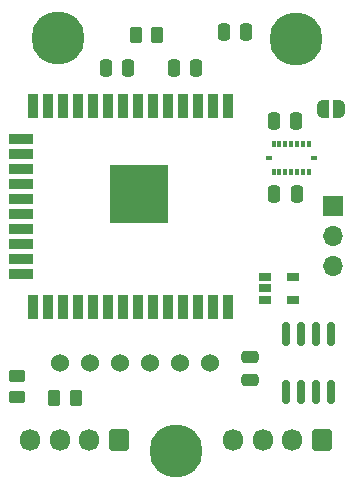
<source format=gbr>
G04 #@! TF.GenerationSoftware,KiCad,Pcbnew,7.0.2-6a45011f42~172~ubuntu22.04.1*
G04 #@! TF.CreationDate,2023-06-14T15:19:40+02:00*
G04 #@! TF.ProjectId,imu_module,696d755f-6d6f-4647-956c-652e6b696361,rev?*
G04 #@! TF.SameCoordinates,Original*
G04 #@! TF.FileFunction,Copper,L1,Top*
G04 #@! TF.FilePolarity,Positive*
%FSLAX46Y46*%
G04 Gerber Fmt 4.6, Leading zero omitted, Abs format (unit mm)*
G04 Created by KiCad (PCBNEW 7.0.2-6a45011f42~172~ubuntu22.04.1) date 2023-06-14 15:19:40*
%MOMM*%
%LPD*%
G01*
G04 APERTURE LIST*
G04 Aperture macros list*
%AMRoundRect*
0 Rectangle with rounded corners*
0 $1 Rounding radius*
0 $2 $3 $4 $5 $6 $7 $8 $9 X,Y pos of 4 corners*
0 Add a 4 corners polygon primitive as box body*
4,1,4,$2,$3,$4,$5,$6,$7,$8,$9,$2,$3,0*
0 Add four circle primitives for the rounded corners*
1,1,$1+$1,$2,$3*
1,1,$1+$1,$4,$5*
1,1,$1+$1,$6,$7*
1,1,$1+$1,$8,$9*
0 Add four rect primitives between the rounded corners*
20,1,$1+$1,$2,$3,$4,$5,0*
20,1,$1+$1,$4,$5,$6,$7,0*
20,1,$1+$1,$6,$7,$8,$9,0*
20,1,$1+$1,$8,$9,$2,$3,0*%
%AMFreePoly0*
4,1,19,0.500000,-0.750000,0.000000,-0.750000,0.000000,-0.744911,-0.071157,-0.744911,-0.207708,-0.704816,-0.327430,-0.627875,-0.420627,-0.520320,-0.479746,-0.390866,-0.500000,-0.250000,-0.500000,0.250000,-0.479746,0.390866,-0.420627,0.520320,-0.327430,0.627875,-0.207708,0.704816,-0.071157,0.744911,0.000000,0.744911,0.000000,0.750000,0.500000,0.750000,0.500000,-0.750000,0.500000,-0.750000,
$1*%
%AMFreePoly1*
4,1,19,0.000000,0.744911,0.071157,0.744911,0.207708,0.704816,0.327430,0.627875,0.420627,0.520320,0.479746,0.390866,0.500000,0.250000,0.500000,-0.250000,0.479746,-0.390866,0.420627,-0.520320,0.327430,-0.627875,0.207708,-0.704816,0.071157,-0.744911,0.000000,-0.744911,0.000000,-0.750000,-0.500000,-0.750000,-0.500000,0.750000,0.000000,0.750000,0.000000,0.744911,0.000000,0.744911,
$1*%
G04 Aperture macros list end*
G04 #@! TA.AperFunction,SMDPad,CuDef*
%ADD10RoundRect,0.250000X0.450000X-0.262500X0.450000X0.262500X-0.450000X0.262500X-0.450000X-0.262500X0*%
G04 #@! TD*
G04 #@! TA.AperFunction,SMDPad,CuDef*
%ADD11RoundRect,0.250000X0.262500X0.450000X-0.262500X0.450000X-0.262500X-0.450000X0.262500X-0.450000X0*%
G04 #@! TD*
G04 #@! TA.AperFunction,SMDPad,CuDef*
%ADD12R,0.350000X0.590000*%
G04 #@! TD*
G04 #@! TA.AperFunction,SMDPad,CuDef*
%ADD13R,0.590000X0.350000*%
G04 #@! TD*
G04 #@! TA.AperFunction,SMDPad,CuDef*
%ADD14RoundRect,0.250000X-0.250000X-0.475000X0.250000X-0.475000X0.250000X0.475000X-0.250000X0.475000X0*%
G04 #@! TD*
G04 #@! TA.AperFunction,SMDPad,CuDef*
%ADD15RoundRect,0.250000X0.475000X-0.250000X0.475000X0.250000X-0.475000X0.250000X-0.475000X-0.250000X0*%
G04 #@! TD*
G04 #@! TA.AperFunction,SMDPad,CuDef*
%ADD16C,1.524000*%
G04 #@! TD*
G04 #@! TA.AperFunction,ComponentPad*
%ADD17O,1.700000X1.850000*%
G04 #@! TD*
G04 #@! TA.AperFunction,ComponentPad*
%ADD18RoundRect,0.250000X0.600000X0.675000X-0.600000X0.675000X-0.600000X-0.675000X0.600000X-0.675000X0*%
G04 #@! TD*
G04 #@! TA.AperFunction,SMDPad,CuDef*
%ADD19RoundRect,0.150000X-0.150000X0.825000X-0.150000X-0.825000X0.150000X-0.825000X0.150000X0.825000X0*%
G04 #@! TD*
G04 #@! TA.AperFunction,ComponentPad*
%ADD20C,4.500000*%
G04 #@! TD*
G04 #@! TA.AperFunction,SMDPad,CuDef*
%ADD21R,5.000000X5.000000*%
G04 #@! TD*
G04 #@! TA.AperFunction,SMDPad,CuDef*
%ADD22R,0.900000X2.000000*%
G04 #@! TD*
G04 #@! TA.AperFunction,SMDPad,CuDef*
%ADD23R,2.000000X0.900000*%
G04 #@! TD*
G04 #@! TA.AperFunction,SMDPad,CuDef*
%ADD24R,1.100000X0.650001*%
G04 #@! TD*
G04 #@! TA.AperFunction,SMDPad,CuDef*
%ADD25RoundRect,0.250000X-0.262500X-0.450000X0.262500X-0.450000X0.262500X0.450000X-0.262500X0.450000X0*%
G04 #@! TD*
G04 #@! TA.AperFunction,SMDPad,CuDef*
%ADD26FreePoly0,0.000000*%
G04 #@! TD*
G04 #@! TA.AperFunction,SMDPad,CuDef*
%ADD27FreePoly1,0.000000*%
G04 #@! TD*
G04 #@! TA.AperFunction,ComponentPad*
%ADD28R,1.700000X1.700000*%
G04 #@! TD*
G04 #@! TA.AperFunction,ComponentPad*
%ADD29O,1.700000X1.700000*%
G04 #@! TD*
G04 APERTURE END LIST*
D10*
X1500000Y-32912500D03*
X1500000Y-31087500D03*
D11*
X6500000Y-33000000D03*
X4675000Y-33000000D03*
D12*
X26250000Y-11500000D03*
X25750000Y-11500000D03*
X25250000Y-11500000D03*
X24750000Y-11500000D03*
X24250000Y-11500000D03*
X23750000Y-11500000D03*
X23250000Y-11500000D03*
D13*
X22835000Y-12665000D03*
D12*
X23250000Y-13830000D03*
X23750000Y-13830000D03*
X24250000Y-13830000D03*
X24750000Y-13830000D03*
X25250000Y-13830000D03*
X25750000Y-13830000D03*
X26250000Y-13830000D03*
D13*
X26665000Y-12665000D03*
D14*
X19050000Y-2000000D03*
X20950000Y-2000000D03*
X14800000Y-5000000D03*
X16700000Y-5000000D03*
X9025000Y-5000000D03*
X10925000Y-5000000D03*
D15*
X21250000Y-31450000D03*
X21250000Y-29550000D03*
D16*
X5130000Y-30000000D03*
X7670000Y-30000000D03*
X10210000Y-30000000D03*
X12750000Y-30000000D03*
X15290000Y-30000000D03*
X17830000Y-30000000D03*
D17*
X19850000Y-36550000D03*
X22350000Y-36550000D03*
X24850000Y-36550000D03*
D18*
X27350000Y-36550000D03*
D17*
X2650000Y-36550000D03*
X5150000Y-36550000D03*
X7650000Y-36550000D03*
D18*
X10150000Y-36550000D03*
D19*
X28155000Y-27525000D03*
X26885000Y-27525000D03*
X25615000Y-27525000D03*
X24345000Y-27525000D03*
X24345000Y-32475000D03*
X25615000Y-32475000D03*
X26885000Y-32475000D03*
X28155000Y-32475000D03*
D20*
X5000000Y-2500000D03*
X25160000Y-2592000D03*
X15000000Y-37450000D03*
D21*
X11850000Y-15750000D03*
D22*
X19350000Y-25250000D03*
X18080000Y-25250000D03*
X16810000Y-25250000D03*
X15540000Y-25250000D03*
X14270000Y-25250000D03*
X13000000Y-25250000D03*
X11730000Y-25250000D03*
X10460000Y-25250000D03*
X9190000Y-25250000D03*
X7920000Y-25250000D03*
X6650000Y-25250000D03*
X5380000Y-25250000D03*
X4110000Y-25250000D03*
X2840000Y-25250000D03*
D23*
X1840000Y-22465000D03*
X1840000Y-21195000D03*
X1840000Y-19925000D03*
X1840000Y-18655000D03*
X1840000Y-17385000D03*
X1840000Y-16115000D03*
X1840000Y-14845000D03*
X1840000Y-13575000D03*
X1840000Y-12305000D03*
X1840000Y-11035000D03*
D22*
X2840000Y-8250000D03*
X4110000Y-8250000D03*
X5380000Y-8250000D03*
X6650000Y-8250000D03*
X7920000Y-8250000D03*
X9190000Y-8250000D03*
X10460000Y-8250000D03*
X11730000Y-8250000D03*
X13000000Y-8250000D03*
X14270000Y-8250000D03*
X15540000Y-8250000D03*
X16810000Y-8250000D03*
X18080000Y-8250000D03*
X19350000Y-8250000D03*
D24*
X22500000Y-22750000D03*
X22500000Y-23700001D03*
X22500000Y-24649999D03*
X24900000Y-24649999D03*
X24900000Y-22750000D03*
D25*
X11587500Y-2250000D03*
X13412500Y-2250000D03*
D14*
X23250000Y-9500000D03*
X25150000Y-9500000D03*
X23300000Y-15750000D03*
X25200000Y-15750000D03*
D26*
X27450000Y-8500000D03*
D27*
X28750000Y-8500000D03*
D28*
X28250000Y-16710000D03*
D29*
X28250000Y-19250000D03*
X28250000Y-21790000D03*
M02*

</source>
